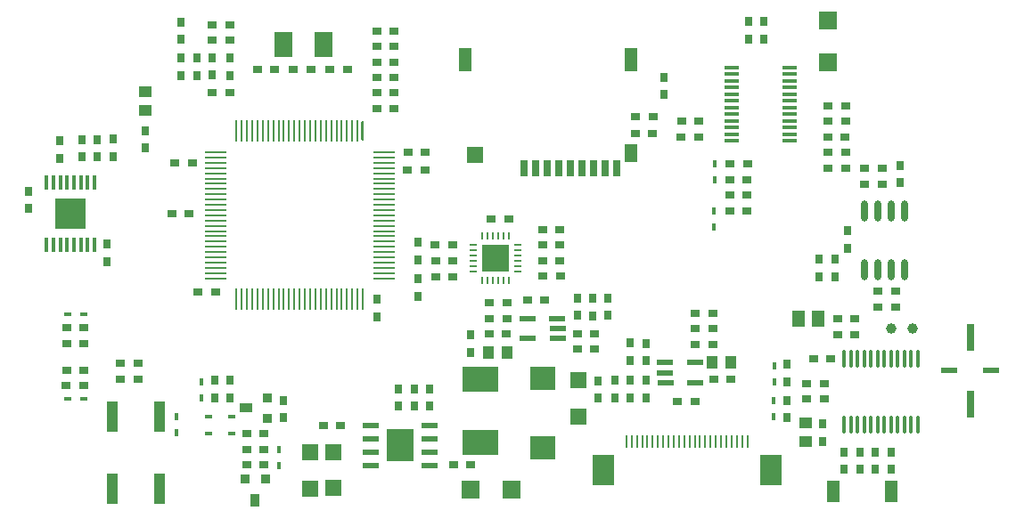
<source format=gtp>
G04*
G04 #@! TF.GenerationSoftware,Altium Limited,Altium Designer,21.0.8 (223)*
G04*
G04 Layer_Color=8421504*
%FSLAX25Y25*%
%MOIN*%
G70*
G04*
G04 #@! TF.SameCoordinates,A399C05B-B16C-483E-863C-B068B867FB55*
G04*
G04*
G04 #@! TF.FilePolarity,Positive*
G04*
G01*
G75*
%ADD23R,0.07874X0.11811*%
%ADD24R,0.00984X0.04724*%
%ADD25R,0.05118X0.05906*%
%ADD26R,0.07087X0.06575*%
%ADD27R,0.03800X0.03000*%
%ADD28R,0.05709X0.01772*%
%ADD29R,0.01378X0.02559*%
%ADD30R,0.03000X0.03800*%
%ADD31O,0.02400X0.08000*%
%ADD32R,0.06299X0.05906*%
%ADD33R,0.04724X0.08661*%
%ADD34R,0.02756X0.06299*%
%ADD35R,0.04724X0.07087*%
%ADD36R,0.03150X0.09843*%
%ADD37R,0.05906X0.02362*%
%ADD38R,0.04724X0.07874*%
%ADD39O,0.01299X0.07087*%
%ADD40O,0.01299X0.07284*%
%ADD41C,0.03937*%
%ADD42R,0.04500X0.04000*%
%ADD43R,0.07087X0.09449*%
%ADD44O,0.01000X0.07874*%
%ADD45R,0.01000X0.07874*%
%ADD46R,0.07874X0.01000*%
%ADD47R,0.02559X0.01378*%
%ADD48O,0.01575X0.05709*%
%ADD49R,0.11811X0.11811*%
%ADD50R,0.09843X0.09843*%
%ADD51R,0.03150X0.00984*%
%ADD52R,0.00984X0.03150*%
%ADD53R,0.04000X0.04500*%
%ADD54R,0.05906X0.01968*%
%ADD55R,0.03937X0.11811*%
%ADD56R,0.03600X0.03600*%
%ADD57R,0.05000X0.03600*%
%ADD58R,0.02953X0.01378*%
%ADD59R,0.03600X0.03600*%
%ADD60R,0.03600X0.05000*%
%ADD61R,0.09488X0.08504*%
%ADD62R,0.06575X0.07087*%
%ADD63R,0.06299X0.05984*%
%ADD64R,0.13780X0.09252*%
%ADD65R,0.06496X0.02362*%
%ADD66R,0.10236X0.12205*%
D23*
X209164Y-8143D02*
D03*
X272057D02*
D03*
D24*
X253357Y2300D02*
D03*
X251388D02*
D03*
X249419D02*
D03*
X247451D02*
D03*
X245482D02*
D03*
X243514D02*
D03*
X241546D02*
D03*
X239577D02*
D03*
X237609D02*
D03*
X235640D02*
D03*
X233671D02*
D03*
X231703D02*
D03*
X229734D02*
D03*
X227766D02*
D03*
X225798D02*
D03*
X223829D02*
D03*
X221860D02*
D03*
X219892D02*
D03*
X217923D02*
D03*
X255325D02*
D03*
X261230D02*
D03*
X263199D02*
D03*
X259262D02*
D03*
X257294D02*
D03*
D25*
X289730Y48530D02*
D03*
X282250D02*
D03*
D26*
X293310Y159980D02*
D03*
Y144508D02*
D03*
D27*
X256650Y100450D02*
D03*
X263150D02*
D03*
X238460Y116610D02*
D03*
X244960D02*
D03*
X238560Y122550D02*
D03*
X245060D02*
D03*
X263220Y106340D02*
D03*
X256720D02*
D03*
X299810Y116500D02*
D03*
X293310D02*
D03*
X299840Y122320D02*
D03*
X293340D02*
D03*
X299930Y128070D02*
D03*
X293430D02*
D03*
X256650Y94630D02*
D03*
X263150D02*
D03*
Y88810D02*
D03*
X256650D02*
D03*
X227860Y124020D02*
D03*
X221360D02*
D03*
X307080Y104760D02*
D03*
X313580D02*
D03*
X307140Y98730D02*
D03*
X313640D02*
D03*
X293470Y104720D02*
D03*
X299970D02*
D03*
X318640Y58700D02*
D03*
X312140D02*
D03*
X318640Y52760D02*
D03*
X312140D02*
D03*
X293330Y110700D02*
D03*
X299830D02*
D03*
X227720Y117910D02*
D03*
X221220D02*
D03*
X285440Y18380D02*
D03*
X291940D02*
D03*
X296870Y48330D02*
D03*
X303370D02*
D03*
X296830Y42530D02*
D03*
X303330D02*
D03*
X285350Y24150D02*
D03*
X291850D02*
D03*
X287870Y33520D02*
D03*
X294370D02*
D03*
X63108Y133208D02*
D03*
X69608D02*
D03*
X124508Y144608D02*
D03*
X131008D02*
D03*
X124508Y150338D02*
D03*
X131008D02*
D03*
X131008Y156128D02*
D03*
X124508D02*
D03*
X131008Y127238D02*
D03*
X124508D02*
D03*
X124508Y133018D02*
D03*
X131008D02*
D03*
X86478Y141888D02*
D03*
X79978D02*
D03*
X93428Y141808D02*
D03*
X99928D02*
D03*
X107038D02*
D03*
X113538D02*
D03*
X54410Y87910D02*
D03*
X47910D02*
D03*
X64258Y58528D02*
D03*
X57758D02*
D03*
X55618Y106878D02*
D03*
X49118D02*
D03*
X124508Y138768D02*
D03*
X131008D02*
D03*
X136188Y110918D02*
D03*
X142688D02*
D03*
X136160Y104070D02*
D03*
X142660D02*
D03*
X63048Y158498D02*
D03*
X69548D02*
D03*
X63098Y152628D02*
D03*
X69598D02*
D03*
X14910Y23290D02*
D03*
X8410D02*
D03*
X8530Y29070D02*
D03*
X15030D02*
D03*
X15040Y45010D02*
D03*
X8540D02*
D03*
X8580Y39190D02*
D03*
X15080D02*
D03*
X152948Y76014D02*
D03*
X146448D02*
D03*
X186568Y76024D02*
D03*
X193068D02*
D03*
X173898Y85704D02*
D03*
X167398D02*
D03*
X193178Y64394D02*
D03*
X186678D02*
D03*
X28760Y31840D02*
D03*
X35260D02*
D03*
X193148Y70224D02*
D03*
X186648D02*
D03*
X193008Y81854D02*
D03*
X186508D02*
D03*
X146528Y64264D02*
D03*
X153028D02*
D03*
X146598Y70164D02*
D03*
X153098D02*
D03*
X35320Y25760D02*
D03*
X28820D02*
D03*
X243628Y17508D02*
D03*
X237128D02*
D03*
X250528Y25838D02*
D03*
X257028D02*
D03*
X243758Y38888D02*
D03*
X250258D02*
D03*
X243738Y44688D02*
D03*
X250238D02*
D03*
X243788Y50438D02*
D03*
X250288D02*
D03*
X75908Y-6202D02*
D03*
X82408D02*
D03*
X82348Y5368D02*
D03*
X75848D02*
D03*
X82388Y-442D02*
D03*
X75888D02*
D03*
X180910Y55290D02*
D03*
X187410D02*
D03*
X173148Y42778D02*
D03*
X166648D02*
D03*
X173218Y48518D02*
D03*
X166718D02*
D03*
X173288Y54298D02*
D03*
X166788D02*
D03*
X199648Y42858D02*
D03*
X206148D02*
D03*
X199528Y37098D02*
D03*
X206028D02*
D03*
X104598Y8548D02*
D03*
X111098D02*
D03*
X159788Y-6292D02*
D03*
X153288D02*
D03*
D28*
X278867Y114980D02*
D03*
Y117480D02*
D03*
Y119980D02*
D03*
Y122480D02*
D03*
Y124980D02*
D03*
Y127480D02*
D03*
Y129980D02*
D03*
Y132480D02*
D03*
Y134980D02*
D03*
Y137480D02*
D03*
Y139980D02*
D03*
Y142480D02*
D03*
X257410Y114980D02*
D03*
Y117480D02*
D03*
Y119980D02*
D03*
Y122480D02*
D03*
Y124980D02*
D03*
Y127480D02*
D03*
Y129980D02*
D03*
Y132480D02*
D03*
Y134980D02*
D03*
Y137480D02*
D03*
Y139980D02*
D03*
Y142480D02*
D03*
D29*
X250880Y106420D02*
D03*
Y100415D02*
D03*
X250600Y82780D02*
D03*
Y88785D02*
D03*
X272940Y11845D02*
D03*
Y17850D02*
D03*
X273270Y30766D02*
D03*
Y24760D02*
D03*
X49648Y11833D02*
D03*
Y5828D02*
D03*
X58968Y18748D02*
D03*
Y24753D02*
D03*
X88128Y-472D02*
D03*
Y-6478D02*
D03*
D30*
X269470Y153200D02*
D03*
Y159700D02*
D03*
X263530Y153200D02*
D03*
Y159700D02*
D03*
X231880Y132440D02*
D03*
Y138940D02*
D03*
X320260Y105820D02*
D03*
Y99320D02*
D03*
X300600Y74940D02*
D03*
Y81440D02*
D03*
X316980Y-8020D02*
D03*
Y-1520D02*
D03*
X277910Y11300D02*
D03*
Y17800D02*
D03*
X311080Y-1470D02*
D03*
Y-7970D02*
D03*
X305200Y-1510D02*
D03*
Y-8010D02*
D03*
X299210Y-1510D02*
D03*
Y-8010D02*
D03*
X291170Y2510D02*
D03*
Y9010D02*
D03*
X278070Y31300D02*
D03*
Y24800D02*
D03*
X69588Y146098D02*
D03*
Y139598D02*
D03*
X57298Y146008D02*
D03*
Y139508D02*
D03*
X51428Y146008D02*
D03*
Y139508D02*
D03*
Y159488D02*
D03*
Y152988D02*
D03*
X63108Y146168D02*
D03*
Y139668D02*
D03*
X124698Y55658D02*
D03*
Y49158D02*
D03*
X23790Y76350D02*
D03*
Y69850D02*
D03*
X20140Y115579D02*
D03*
Y109079D02*
D03*
X25960Y115659D02*
D03*
Y109159D02*
D03*
X14280Y115600D02*
D03*
Y109100D02*
D03*
X5980Y115039D02*
D03*
Y108539D02*
D03*
X37990Y112380D02*
D03*
Y118880D02*
D03*
X-5720Y89700D02*
D03*
Y96200D02*
D03*
X139848Y56924D02*
D03*
Y63424D02*
D03*
X139958Y77064D02*
D03*
Y70564D02*
D03*
X213598Y18868D02*
D03*
Y25368D02*
D03*
X219358Y25328D02*
D03*
Y18828D02*
D03*
X225238D02*
D03*
Y25328D02*
D03*
X219428Y32798D02*
D03*
Y39298D02*
D03*
X225288Y32748D02*
D03*
Y39248D02*
D03*
X89678Y17808D02*
D03*
Y11308D02*
D03*
X69778Y18888D02*
D03*
Y25388D02*
D03*
X63888Y18798D02*
D03*
Y25298D02*
D03*
X211158Y56138D02*
D03*
Y49638D02*
D03*
X205288Y49568D02*
D03*
Y56068D02*
D03*
X159588Y42378D02*
D03*
Y35878D02*
D03*
X199518Y56168D02*
D03*
Y49668D02*
D03*
X132788Y15728D02*
D03*
Y22228D02*
D03*
X138678D02*
D03*
Y15728D02*
D03*
X144428Y15758D02*
D03*
Y22258D02*
D03*
X207418Y25288D02*
D03*
Y18788D02*
D03*
X290160Y64200D02*
D03*
Y70700D02*
D03*
X295910Y64250D02*
D03*
Y70750D02*
D03*
D31*
X307070Y88730D02*
D03*
X322070Y66730D02*
D03*
X317070Y66730D02*
D03*
X312070Y66730D02*
D03*
X307070Y66730D02*
D03*
X312070Y88730D02*
D03*
X317070D02*
D03*
X322070Y88730D02*
D03*
D32*
X161284Y109940D02*
D03*
D33*
X157784Y145491D02*
D03*
X219796D02*
D03*
D34*
X179639Y104940D02*
D03*
X183969D02*
D03*
X188300D02*
D03*
X192631D02*
D03*
X196961D02*
D03*
X201292D02*
D03*
X205623D02*
D03*
X209954D02*
D03*
X214284D02*
D03*
D35*
X219796Y110440D02*
D03*
D36*
X346620Y41618D02*
D03*
Y16422D02*
D03*
D37*
X354494Y29020D02*
D03*
X338746D02*
D03*
D38*
X295360Y-16280D02*
D03*
X317014D02*
D03*
D39*
X299480Y33350D02*
D03*
X319480Y8941D02*
D03*
X314480D02*
D03*
Y33350D02*
D03*
X311980D02*
D03*
X309480D02*
D03*
X319480D02*
D03*
X309480Y8941D02*
D03*
X316980D02*
D03*
X321980D02*
D03*
X306980D02*
D03*
X321980Y33350D02*
D03*
X326980D02*
D03*
X316980D02*
D03*
X324480D02*
D03*
X306980D02*
D03*
X324480Y8941D02*
D03*
X326980D02*
D03*
X299480D02*
D03*
X301980D02*
D03*
X304480D02*
D03*
X301980Y33350D02*
D03*
X311980Y8941D02*
D03*
D40*
X304480Y33350D02*
D03*
D41*
X324854Y44700D02*
D03*
X316980D02*
D03*
D42*
X284890Y9530D02*
D03*
X284890Y2530D02*
D03*
X37920Y133430D02*
D03*
X37920Y126430D02*
D03*
D43*
X104629Y151258D02*
D03*
X89668D02*
D03*
D44*
X119353Y118666D02*
D03*
D45*
X117384D02*
D03*
X115416D02*
D03*
X113447Y118666D02*
D03*
X111479D02*
D03*
X109510D02*
D03*
X107542Y118666D02*
D03*
X105573D02*
D03*
X103605D02*
D03*
X101636D02*
D03*
X99668D02*
D03*
X97699D02*
D03*
X95731D02*
D03*
X93762D02*
D03*
X91794D02*
D03*
X89825D02*
D03*
X87857D02*
D03*
X85888D02*
D03*
X83920D02*
D03*
X81951D02*
D03*
X79983D02*
D03*
X78014D02*
D03*
X76046D02*
D03*
X74077D02*
D03*
X72109D02*
D03*
Y55674D02*
D03*
X74077D02*
D03*
X76046D02*
D03*
X78014Y55674D02*
D03*
X79983D02*
D03*
X81951D02*
D03*
X83920D02*
D03*
X85888D02*
D03*
X87857D02*
D03*
X89825D02*
D03*
X91794D02*
D03*
X93762D02*
D03*
X95731Y55674D02*
D03*
X97699Y55674D02*
D03*
X99668Y55674D02*
D03*
X101636D02*
D03*
X103605D02*
D03*
X105573D02*
D03*
X107542D02*
D03*
X109510D02*
D03*
X111479D02*
D03*
X113447D02*
D03*
X115416D02*
D03*
X117384D02*
D03*
X119353D02*
D03*
D46*
X64235Y110792D02*
D03*
Y108824D02*
D03*
Y106855D02*
D03*
Y104887D02*
D03*
Y102918D02*
D03*
Y100950D02*
D03*
Y98981D02*
D03*
Y97013D02*
D03*
X64235Y95044D02*
D03*
Y93076D02*
D03*
Y91107D02*
D03*
Y89139D02*
D03*
Y87170D02*
D03*
X64235Y85202D02*
D03*
Y83233D02*
D03*
Y81265D02*
D03*
Y79296D02*
D03*
Y77328D02*
D03*
Y75359D02*
D03*
Y73391D02*
D03*
Y71422D02*
D03*
X64235Y69454D02*
D03*
X64235Y67485D02*
D03*
Y65517D02*
D03*
Y63548D02*
D03*
X127227Y65517D02*
D03*
Y67485D02*
D03*
Y69454D02*
D03*
Y71422D02*
D03*
Y73391D02*
D03*
Y75359D02*
D03*
Y77328D02*
D03*
Y79296D02*
D03*
Y81265D02*
D03*
Y83233D02*
D03*
Y85202D02*
D03*
Y87170D02*
D03*
Y89139D02*
D03*
Y91107D02*
D03*
Y93076D02*
D03*
Y95044D02*
D03*
Y97013D02*
D03*
Y98981D02*
D03*
X127227Y100950D02*
D03*
Y102918D02*
D03*
Y104887D02*
D03*
X127227Y106855D02*
D03*
Y108824D02*
D03*
Y110792D02*
D03*
Y63548D02*
D03*
D47*
X14880Y18490D02*
D03*
X8874D02*
D03*
X15000Y50020D02*
D03*
X8995D02*
D03*
D48*
X1053Y76187D02*
D03*
X3612Y76187D02*
D03*
X6171D02*
D03*
X8731D02*
D03*
X11289D02*
D03*
X13849Y76187D02*
D03*
X16408Y76187D02*
D03*
X18967Y76187D02*
D03*
X1053Y99612D02*
D03*
X3612Y99612D02*
D03*
X6171D02*
D03*
X8731Y99612D02*
D03*
X11289Y99612D02*
D03*
X13849Y99612D02*
D03*
X16408Y99612D02*
D03*
X18967Y99612D02*
D03*
D49*
X10010Y87899D02*
D03*
D50*
X169048Y71174D02*
D03*
D51*
X160775Y66252D02*
D03*
Y68221D02*
D03*
Y70189D02*
D03*
Y72158D02*
D03*
Y74126D02*
D03*
Y76095D02*
D03*
X177320D02*
D03*
Y74126D02*
D03*
Y72158D02*
D03*
Y70189D02*
D03*
Y68221D02*
D03*
Y66252D02*
D03*
D52*
X164127Y79446D02*
D03*
X166095D02*
D03*
X168064D02*
D03*
X170032D02*
D03*
X172001D02*
D03*
X173969D02*
D03*
Y62901D02*
D03*
X172001D02*
D03*
X170032D02*
D03*
X168064D02*
D03*
X166095D02*
D03*
X164127D02*
D03*
D53*
X250028Y32038D02*
D03*
X257028Y32038D02*
D03*
X173328Y35838D02*
D03*
X166328Y35838D02*
D03*
D54*
X232449Y32018D02*
D03*
X232449Y28278D02*
D03*
X232528Y24538D02*
D03*
X243748D02*
D03*
Y32018D02*
D03*
X192199Y41110D02*
D03*
X192199Y44850D02*
D03*
X192121Y48590D02*
D03*
X180900D02*
D03*
Y41110D02*
D03*
D55*
X43385Y11788D02*
D03*
Y-15147D02*
D03*
X25668D02*
D03*
Y11788D02*
D03*
D56*
X83718Y18788D02*
D03*
Y11288D02*
D03*
D57*
X75718Y15088D02*
D03*
D58*
X61756Y5378D02*
D03*
X70220Y5378D02*
D03*
X61776Y11948D02*
D03*
X70240Y11948D02*
D03*
D59*
X75358Y-11412D02*
D03*
X82858D02*
D03*
D60*
X79058Y-19412D02*
D03*
D61*
X186568Y26001D02*
D03*
Y-22D02*
D03*
D62*
X159660Y-15430D02*
D03*
X175132D02*
D03*
D63*
X99608Y-1602D02*
D03*
Y-15067D02*
D03*
X108308Y-14987D02*
D03*
Y-1522D02*
D03*
X200128Y11863D02*
D03*
Y25328D02*
D03*
D64*
X163398Y1998D02*
D03*
Y25817D02*
D03*
D65*
X144460Y-6382D02*
D03*
Y-1382D02*
D03*
Y3618D02*
D03*
Y8618D02*
D03*
X122216Y-6382D02*
D03*
Y-1382D02*
D03*
Y3618D02*
D03*
Y8618D02*
D03*
D66*
X133338Y1118D02*
D03*
M02*

</source>
